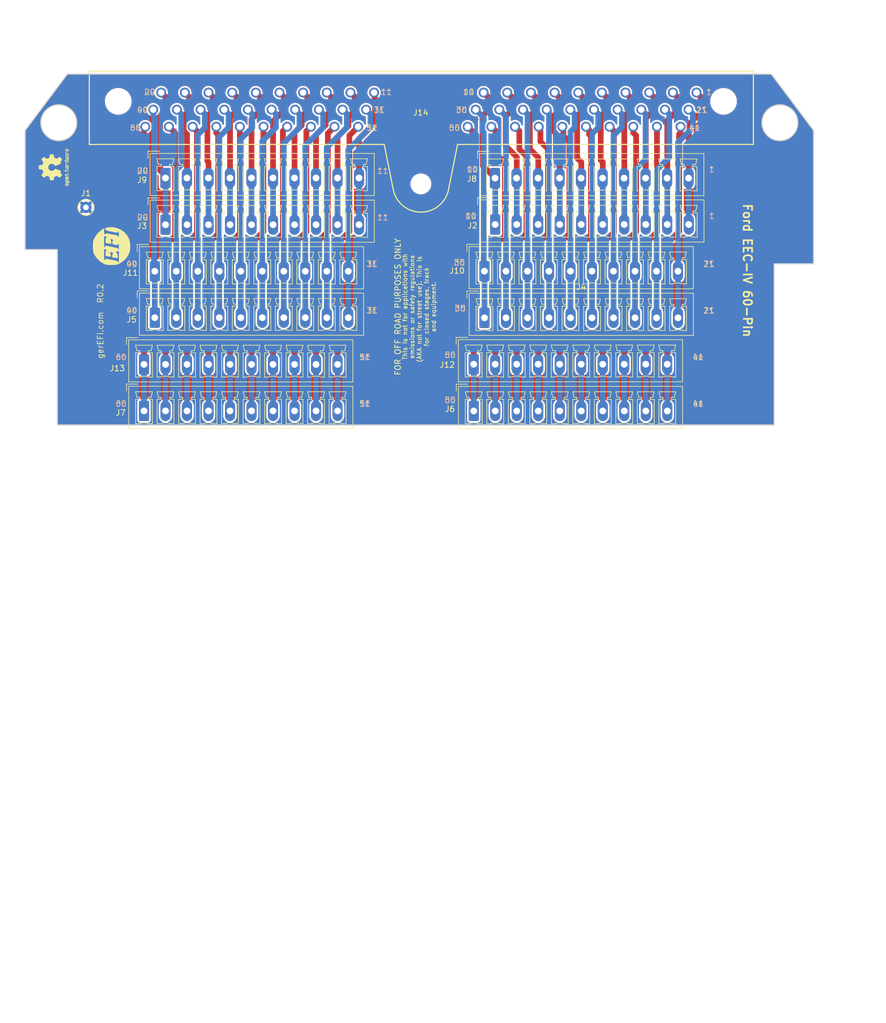
<source format=kicad_pcb>
(kicad_pcb (version 20221018) (generator pcbnew)
  (title_block (title "134pin 7-967288-1 Breakout board") (date "2020-06-02") (rev "R0.1"))
  (layers (0 "F.Cu" signal) (31 "B.Cu" signal) (34 "B.Paste" user) (35 "F.Paste" user) (36 "B.SilkS" user "B.Silkscreen") (37 "F.SilkS" user "F.Silkscreen") (38 "B.Mask" user) (39 "F.Mask" user) (44 "Edge.Cuts" user))
  (net 0 "")
  (net 1 "Net-(J11-Pad4)")
  (net 2 "Net-(J11-Pad3)")
  (net 3 "Net-(J11-Pad2)")
  (net 4 "Net-(J10-Pad4)")
  (net 5 "Net-(J10-Pad3)")
  (net 6 "Net-(J10-Pad2)")
  (net 7 "Net-(J13-Pad2)")
  (net 8 "Net-(J14-Pad2)")
  (net 9 "GND")
  (net 10 "/420")
  (net 11 "/421")
  (net 12 "/10")
  (net 13 "Net-(J14-Pad9)")
  (net 14 "Net-(J14-Pad8)")
  (net 15 "Net-(J14-Pad7)")
  (net 16 "Net-(J14-Pad6)")
  (net 17 "/5")
  (net 18 "Net-(J14-Pad4)")
  (net 19 "Net-(J14-Pad3)")
  (net 20 "/1")
  (net 21 "Net-(J14-Pad19)")
  (net 22 "Net-(J14-Pad18)")
  (net 23 "Net-(J14-Pad17)")
  (net 24 "Net-(J14-Pad16)")
  (net 25 "/15")
  (net 26 "Net-(J14-Pad14)")
  (net 27 "Net-(J14-Pad13)")
  (net 28 "Net-(J14-Pad12)")
  (net 29 "/11")
  (net 30 "/25")
  (net 31 "Net-(J10-Pad7)")
  (net 32 "Net-(J10-Pad8)")
  (net 33 "/31")
  (net 34 "Net-(J12-Pad8)")
  (net 35 "Net-(J12-Pad7)")
  (net 36 "/45")
  (net 37 "Net-(J12-Pad4)")
  (net 38 "Net-(J12-Pad3)")
  (net 39 "Net-(J12-Pad2)")
  (net 40 "/41")
  (net 41 "/60")
  (net 42 "Net-(J13-Pad9)")
  (net 43 "/55")
  (net 44 "/54")
  (net 45 "/53")
  (net 46 "Net-(J10-Pad9)")
  (net 47 "Net-(J10-Pad5)")
  (net 48 "/30")
  (net 49 "Net-(J11-Pad9)")
  (net 50 "Net-(J11-Pad8)")
  (net 51 "Net-(J11-Pad7)")
  (net 52 "/35")
  (net 53 "Net-(J11-Pad5)")
  (net 54 "/40")
  (net 55 "Net-(J12-Pad9)")
  (net 56 "Net-(J12-Pad5)")
  (net 57 "/50")
  (net 58 "Net-(J13-Pad10)")
  (net 59 "Net-(J13-Pad5)")
  (net 60 "Net-(J13-Pad4)")
  (net 61 "Net-(J13-Pad3)")
  (footprint "Symbol:OSHW-Logo2_7.3x6mm_SilkScreen" (layer "F.Cu") (at 101.0793 79.4004 90)
    (fp_text reference "LOGO1" hide)
    (fp_text value "DNP" hide)
  )
  (footprint "TestPoint:TestPoint_Keystone_5000-5004_Miniature" (layer "F.Cu") (at 106.6673 86.4997)
    (fp_text reference "J1")
    (fp_text value "Conn_01x01")
  )
  (footprint "gerEFI:Off_Road_Disclaimer" (layer "F.Cu") (at 165.1 104.14 90)
    (fp_text reference "G1" hide)
    (fp_text value "Disclaimer" hide)
  )
  (footprint "gerEFI:LOGO" (layer "F.Cu") (at 111.2393 93.3704 90)
    (fp_text reference "G2" hide)
    (fp_text value "LOGO" hide)
  )
  (footprint "Connector_Phoenix_MC:PhoenixContact_MCV_1,5_10-G-3.81_1x10_P3.81mm_Vertical" (layer "F.Cu") (at 179.1716 89.535)
    (fp_text reference "J2")
    (fp_text value "Conn_01x10")
  )
  (footprint "Connector_Phoenix_MC:PhoenixContact_MCV_1,5_10-G-3.81_1x10_P3.81mm_Vertical" (layer "F.Cu") (at 120.7643 89.5731)
    (fp_text reference "J3")
    (fp_text value "Conn_01x10")
  )
  (footprint "Connector_Phoenix_MC:PhoenixContact_MCV_1,5_10-G-3.81_1x10_P3.81mm_Vertical" (layer "F.Cu") (at 177.2793 106.0831)
    (fp_text reference "J4")
    (fp_text value "Conn_01x10")
  )
  (footprint "Connector_Phoenix_MC:PhoenixContact_MCV_1,5_10-G-3.81_1x10_P3.81mm_Vertical" (layer "F.Cu") (at 118.8593 106.0577)
    (fp_text reference "J5")
    (fp_text value "Conn_01x10")
  )
  (footprint "Connector_Phoenix_MC:PhoenixContact_MCV_1,5_10-G-3.81_1x10_P3.81mm_Vertical" (layer "F.Cu") (at 175.3743 122.5931)
    (fp_text reference "J6")
    (fp_text value "Conn_01x10")
  )
  (footprint "Connector_Phoenix_MC:PhoenixContact_MCV_1,5_10-G-3.81_1x10_P3.81mm_Vertical" (layer "F.Cu") (at 116.9543 122.5804)
    (fp_text reference "J7")
    (fp_text value "Conn_01x10")
  )
  (footprint "Connector_Phoenix_MC:PhoenixContact_MCV_1,5_10-G-3.81_1x10_P3.81mm_Vertical" (layer "F.Cu") (at 179.1462 81.3181)
    (fp_text reference "J8")
    (fp_text value "Conn_01x10")
  )
  (footprint "Connector_Phoenix_MC:PhoenixContact_MCV_1,5_10-G-3.81_1x10_P3.81mm_Vertical" (layer "F.Cu") (at 120.7516 81.2927)
    (fp_text reference "J9")
    (fp_text value "Conn_01x10")
  )
  (footprint "Connector_Phoenix_MC:PhoenixContact_MCV_1,5_10-G-3.81_1x10_P3.81mm_Vertical" (layer "F.Cu") (at 177.2666 97.8154)
    (fp_text reference "J10")
    (fp_text value "Conn_01x10")
  )
  (footprint "Connector_Phoenix_MC:PhoenixContact_MCV_1,5_10-G-3.81_1x10_P3.81mm_Vertical" (layer "F.Cu") (at 175.3616 114.3127)
    (fp_text reference "J12")
    (fp_text value "Conn_01x10")
  )
  (footprint "Connector_Phoenix_MC:PhoenixContact_MCV_1,5_10-G-3.81_1x10_P3.81mm_Vertical" (layer "F.Cu") (at 116.9543 114.3381)
    (fp_text reference "J13")
    (fp_text value "Conn_01x10")
  )
  (footprint "gerEFI:eeciv" (layer "F.Cu") (at 166.009425 62.296099)
    (fp_text reference "J14")
    (fp_text value "EEC-IV")
  )
  (footprint "Connector_Phoenix_MC:PhoenixContact_MCV_1,5_10-G-3.81_1x10_P3.81mm_Vertical" (layer "F.Cu") (at 118.8593 97.8281)
    (fp_text reference "J11")
    (fp_text value "Conn_01x10")
  )
  (gr_line (start 95.885 72.865) (end 95.885 93.98) (stroke (width 0.2)) (layer "Edge.Cuts"))
  (gr_circle (center 229.616 71.501) (end 232.791 71.501) (stroke (width 0.2)) (fill none) (layer "Edge.Cuts"))
  (gr_line (start 101.6 125.095) (end 228.6 125.095) (stroke (width 0.2)) (layer "Edge.Cuts"))
  (gr_line (start 235.585 96.52) (end 228.6 96.52) (stroke (width 0.2)) (layer "Edge.Cuts"))
  (gr_line (start 235.585 96.52) (end 235.585 72.865) (stroke (width 0.2)) (layer "Edge.Cuts"))
  (gr_line (start 95.885 72.865) (end 103.385 62.865) (stroke (width 0.2)) (layer "Edge.Cuts"))
  (gr_line (start 228.085 62.865) (end 103.385 62.865) (stroke (width 0.2)) (layer "Edge.Cuts"))
  (gr_line (start 101.6 93.98) (end 101.6 125.095) (stroke (width 0.2)) (layer "Edge.Cuts"))
  (gr_circle (center 101.854 71.501) (end 105.029 71.501) (stroke (width 0.2)) (fill none) (layer "Edge.Cuts"))
  (gr_line (start 95.885 93.98) (end 101.6 93.98) (stroke (width 0.2)) (layer "Edge.Cuts"))
  (gr_line (start 228.085 62.865) (end 235.585 72.865) (stroke (width 0.2)) (layer "Edge.Cuts"))
  (gr_line (start 228.6 96.52) (end 228.6 125.095) (stroke (width 0.2)) (layer "Edge.Cuts"))
  (gr_text "20" (at 117.9703 66.0654) (layer "B.SilkS") (effects (font (size 1.016 1.016) (thickness 0.13)) (justify mirror)))
  (gr_text "60" (at 115.4303 72.4154) (layer "B.SilkS") (effects (font (size 1.016 1.016) (thickness 0.13)) (justify mirror)))
  (gr_text "40" (at 116.7003 69.2404) (layer "B.SilkS") (effects (font (size 1.016 1.016) (thickness 0.13)) (justify mirror)))
  (gr_text "51" (at 157.3403 72.4154) (layer "B.SilkS") (effects (font (size 1.016 1.016) (thickness 0.13)) (justify mirror)))
  (gr_text "41" (at 214.4903 72.4154) (layer "B.SilkS") (effects (font (size 1.016 1.016) (thickness 0.13)) (justify mirror)))
  (gr_text "31" (at 158.6103 69.2404) (layer "B.SilkS") (effects (font (size 1.016 1.016) (thickness 0.13)) (justify mirror)))
  (gr_text "50" (at 171.9453 72.4154) (layer "B.SilkS") (effects (font (size 1.016 1.016) (thickness 0.13)) (justify mirror)))
  (gr_text "30" (at 173.2153 69.2404) (layer "B.SilkS") (effects (font (size 1.016 1.016) (thickness 0.13)) (justify mirror)))
  (gr_text "10" (at 174.4853 66.0654) (layer "B.SilkS") (effects (font (size 1.016 1.016) (thickness 0.13)) (justify mirror)))
  (gr_text "21" (at 215.7603 69.2404) (layer "B.SilkS") (effects (font (size 1.016 1.016) (thickness 0.13)) (justify mirror)))
  (gr_text "1" (at 217.0303 66.0654) (layer "B.SilkS") (effects (font (size 1.016 1.016) (thickness 0.13)) (justify mirror)))
  (gr_text "11" (at 159.8803 66.0654) (layer "B.SilkS") (effects (font (size 1.016 1.016) (thickness 0.13)) (justify mirror)))
  (gr_text "50" (at 171.1833 112.6744) (layer "B.SilkS") (effects (font (size 1.016 1.016) (thickness 0.13)) (justify mirror)))
  (gr_text "50" (at 171.1833 120.6754) (layer "B.SilkS") (effects (font (size 1.016 1.016) (thickness 0.13)) (justify mirror)))
  (gr_text "30" (at 172.8343 96.2914) (layer "B.SilkS") (effects (font (size 1.016 1.016) (thickness 0.13)) (justify mirror)))
  (gr_text "30" (at 172.9613 104.4194) (layer "B.SilkS") (effects (font (size 1.016 1.016) (thickness 0.13)) (justify mirror)))
  (gr_text "10" (at 175.1203 79.7814) (layer "B.SilkS") (effects (font (size 1.016 1.016) (thickness 0.13)) (justify mirror)))
  (gr_text "10" (at 174.8663 88.0364) (layer "B.SilkS") (effects (font (size 1.016 1.016) (thickness 0.13)) (justify mirror)))
  (gr_text "1" (at 217.5383 79.7814) (layer "B.SilkS") (effects (font (size 1.016 1.016) (thickness 0.13)) (justify mirror)))
  (gr_text "1" (at 217.5383 88.0364) (layer "B.SilkS") (effects (font (size 1.016 1.016) (thickness 0.13)) (justify mirror)))
  (gr_text "21" (at 217.0303 96.5454) (layer "B.SilkS") (effects (font (size 1.016 1.016) (thickness 0.13)) (justify mirror)))
  (gr_text "21" (at 217.0303 104.8004) (layer "B.SilkS") (effects (font (size 1.016 1.016) (thickness 0.13)) (justify mirror)))
  (gr_text "41" (at 215.1253 113.0554) (layer "B.SilkS") (effects (font (size 1.016 1.016) (thickness 0.13)) (justify mirror)))
  (gr_text "41" (at 215.1253 121.3104) (layer "B.SilkS") (effects (font (size 1.016 1.016) (thickness 0.13)) (justify mirror)))
  (gr_text "60" (at 112.8903 113.0554) (layer "B.SilkS") (effects (font (size 1.016 1.016) (thickness 0.13)) (justify mirror)))
  (gr_text "60" (at 112.8903 121.3104) (layer "B.SilkS") (effects (font (size 1.016 1.016) (thickness 0.13)) (justify mirror)))
  (gr_text "40" (at 114.7953 96.5454) (layer "B.SilkS") (effects (font (size 1.016 1.016) (thickness 0.13)) (justify mirror)))
  (gr_text "40" (at 114.7953 104.8004) (layer "B.SilkS") (effects (font (size 1.016 1.016) (thickness 0.13)) (justify mirror)))
  (gr_text "20" (at 116.7003 80.0354) (layer "B.SilkS") (effects (font (size 1.016 1.016) (thickness 0.13)) (justify mirror)))
  (gr_text "20" (at 116.7003 88.2904) (layer "B.SilkS") (effects (font (size 1.016 1.016) (thickness 0.13)) (justify mirror)))
  (gr_text "51" (at 156.0703 121.3104) (layer "B.SilkS") (effects (font (size 1.016 1.016) (thickness 0.13)) (justify mirror)))
  (gr_text "51" (at 156.0703 113.0554) (layer "B.SilkS") (effects (font (size 1.016 1.016) (thickness 0.13)) (justify mirror)))
  (gr_text "31" (at 157.3403 96.5454) (layer "B.SilkS") (effects (font (size 1.016 1.016) (thickness 0.13)) (justify mirror)))
  (gr_text "31" (at 157.3403 104.8004) (layer "B.SilkS") (effects (font (size 1.016 1.016) (thickness 0.13)) (justify mirror)))
  (gr_text "11" (at 159.2453 80.0354) (layer "B.SilkS") (effects (font (size 1.016 1.016) (thickness 0.13)) (justify mirror)))
  (gr_text "11" (at 159.2453 88.2904) (layer "B.SilkS") (effects (font (size 1.016 1.016) (thickness 0.13)) (justify mirror)))
  (gr_text "50" (at 171.1833 112.6744) (layer "F.SilkS") (effects (font (size 1.016 1.016) (thickness 0.13))))
  (gr_text "50" (at 171.1833 120.6754) (layer "F.SilkS") (effects (font (size 1.016 1.016) (thickness 0.13))))
  (gr_text "30" (at 172.8343 96.2914) (layer "F.SilkS") (effects (font (size 1.016 1.016) (thickness 0.13))))
  (gr_text "30" (at 172.9613 104.4194) (layer "F.SilkS") (effects (font (size 1.016 1.016) (thickness 0.13))))
  (gr_text "10" (at 175.1203 79.7814) (layer "F.SilkS") (effects (font (size 1.016 1.016) (thickness 0.13))))
  (gr_text "10" (at 174.8663 88.0364) (layer "F.SilkS") (effects (font (size 1.016 1.016) (thickness 0.13))))
  (gr_text "1" (at 217.5383 79.7814) (layer "F.SilkS") (effects (font (size 1.016 1.016) (thickness 0.13))))
  (gr_text "1" (at 217.5383 88.0364) (layer "F.SilkS") (effects (font (size 1.016 1.016) (thickness 0.13))))
  (gr_text "21" (at 217.0303 96.5454) (layer "F.SilkS") (effects (font (size 1.016 1.016) (thickness 0.13))))
  (gr_text "21" (at 217.0303 104.8004) (layer "F.SilkS") (effects (font (size 1.016 1.016) (thickness 0.13))))
  (gr_text "41" (at 215.1253 113.0554) (layer "F.SilkS") (effects (font (size 1.016 1.016) (thickness 0.13))))
  (gr_text "41" (at 215.1253 121.3104) (layer "F.SilkS") (effects (font (size 1.016 1.016) (thickness 0.13))))
  (gr_text "60" (at 112.8903 113.0554) (layer "F.SilkS") (effects (font (size 1.016 1.016) (thickness 0.13))))
  (gr_text "60" (at 112.8903 121.3104) (layer "F.SilkS") (effects (font (size 1.016 1.016) (thickness 0.13))))
  (gr_text "40" (at 114.7953 96.5454) (layer "F.SilkS") (effects (font (size 1.016 1.016) (thickness 0.13))))
  (gr_text "40" (at 114.7953 104.8004) (layer "F.SilkS") (effects (font (size 1.016 1.016) (thickness 0.13))))
  (gr_text "20" (at 116.7003 80.0354) (layer "F.SilkS") (effects (font (size 1.016 1.016) (thickness 0.13))))
  (gr_text "20" (at 116.7003 88.2904) (layer "F.SilkS") (effects (font (size 1.016 1.016) (thickness 0.13))))
  (gr_text "51" (at 156.0703 121.3104) (layer "F.SilkS") (effects (font (size 1.016 1.016) (thickness 0.13))))
  (gr_text "51" (at 156.0703 113.0554) (layer "F.SilkS") (effects (font (size 1.016 1.016) (thickness 0.13))))
  (gr_text "31" (at 157.3403 96.5454) (layer "F.SilkS") (effects (font (size 1.016 1.016) (thickness 0.13))))
  (gr_text "31" (at 157.3403 104.8004) (layer "F.SilkS") (effects (font (size 1.016 1.016) (thickness 0.13))))
  (gr_text "11" (at 159.2453 80.0354) (layer "F.SilkS") (effects (font (size 1.016 1.016) (thickness 0.13))))
  (gr_text "11" (at 159.2453 88.2904) (layer "F.SilkS") (effects (font (size 1.016 1.016) (thickness 0.13))))
  (gr_text "31" (at 158.6103 69.2404) (layer "F.SilkS") (effects (font (size 1.016 1.016) (thickness 0.13))))
  (gr_text "gerEFI.com  R0.2" (at 109.22 106.68 90) (layer "F.SilkS") (effects (font (size 1.016 1.016) (thickness 0.13))))
  (gr_text "40" (at 116.7003 69.2404) (layer "F.SilkS") (effects (font (size 1.016 1.016) (thickness 0.13))))
  (gr_text "41" (at 214.4903 72.4154) (layer "F.SilkS") (effects (font (size 1.016 1.016) (thickness 0.13))))
  (gr_text "30" (at 173.2153 69.2404) (layer "F.SilkS") (effects (font (size 1.016 1.016) (thickness 0.13))))
  (gr_text "51" (at 157.3403 72.4154) (layer "F.SilkS") (effects (font (size 1.016 1.016) (thickness 0.13))))
  (gr_text "11" (at 159.8803 66.0654) (layer "F.SilkS") (effects (font (size 1.016 1.016) (thickness 0.13))))
  (gr_text "Ford EEC-IV 60-Pin" (at 223.8629 97.6884 -90) (layer "F.SilkS") (effects (font (size 1.5 1.5) (thickness 0.3))))
  (gr_text "21" (at 215.7603 69.2404) (layer "F.SilkS") (effects (font (size 1.016 1.016) (thickness 0.13))))
  (gr_text "10" (at 174.4853 66.0654) (layer "F.SilkS") (effects (font (size 1.016 1.016) (thickness 0.13))))
  (gr_text "20" (at 117.9703 66.0654) (layer "F.SilkS") (effects (font (size 1.016 1.016) (thickness 0.13))))
  (gr_text "1" (at 217.0303 66.0654) (layer "F.SilkS") (effects (font (size 1.016 1.016) (thickness 0.13))))
  (gr_text "60" (at 115.4303 72.4154) (layer "F.SilkS") (effects (font (size 1.016 1.016) (thickness 0.13))))
  (gr_text "50" (at 171.9453 72.4154) (layer "F.SilkS") (effects (font (size 1.016 1.016) (thickness 0.13))))
  (segment (start 130.2893 97.8154) (end 130.2893 74.002306) (width 1.016) (layer "B.Cu") (net 1))
  (segment (start 131.937399 72.354207) (end 131.937399 69.938499) (width 1.016) (layer "B.Cu") (net 1))
  (segment (start 131.937399 69.938499) (end 131.1754 69.1765) (width 1.016) (layer "B.Cu") (net 1))
  (segment (start 130.2893 97.8154) (end 130.2893 106.0704) (width 1.016) (layer "B.Cu") (net 1))
  (segment (start 130.2893 74.002306) (end 131.937399 72.354207) (width 1.016) (layer "B.Cu") (net 1))
  (segment (start 127.745399 72.358207) (end 127.745399 69.942499) (width 1.016) (layer "B.Cu") (net 2))
  (segment (start 126.4793 97.8154) (end 126.4793 106.0704) (width 1.016) (layer "B.Cu") (net 2))
  (segment (start 126.4793 97.8154) (end 126.4793 73.624306) (width 1.016) (layer "B.Cu") (net 2))
  (segment (start 126.4793 73.624306) (end 127.745399 72.358207) (width 1.016) (layer "B.Cu") (net 2))
  (segment (start 127.745399 69.942499) (end 126.9834 69.1805) (width 1.016) (layer "B.Cu") (net 2))
  (segment (start 122.6693 79.888121) (end 123.549399 79.008022) (width 1.016) (layer "B.Cu") (net 3))
  (segment (start 123.549399 79.008022) (end 123.549399 69.942499) (width 1.016) (layer "B.Cu") (net 3))
  (segment (start 123.549399 69.942499) (end 122.7874 69.1805) (width 1.016) (layer "B.Cu") (net 3))
  (segment (start 122.6693 97.8154) (end 122.6693 79.888121) (width 1.016) (layer "B.Cu") (net 3))
  (segment (start 122.6693 97.8154) (end 122.6693 106.0704) (width 1.016) (layer "B.Cu") (net 3))
  (segment (start 188.7093 69.5874) (end 188.2954 69.1735) (width 1.016) (layer "B.Cu") (net 4))
  (segment (start 188.7093 97.8154) (end 188.7093 106.0704) (width 1.016) (layer "B.Cu") (net 4))
  (segment (start 188.7093 97.8154) (end 188.7093 69.5874) (width 1.016) (layer "B.Cu") (net 4))
  (segment (start 184.8993 69.9734) (end 184.1034 69.1775) (width 1.016) (layer "B.Cu") (net 5))
  (segment (start 184.8993 97.8154) (end 184.8993 106.0704) (width 1.016) (layer "B.Cu") (net 5))
  (segment (start 184.8993 97.8154) (end 184.8993 69.9734) (width 1.016) (layer "B.Cu") (net 5))
  (segment (start 181.0893 97.8154) (end 181.0893 70.3594) (width 1.016) (layer "B.Cu") (net 6))
  (segment (start 181.0893 70.3594) (end 179.9074 69.1775) (width 1.016) (layer "B.Cu") (net 6))
  (segment (start 181.0893 97.8154) (end 181.0893 106.0704) (width 1.016) (layer "B.Cu") (net 6))
  (segment (start 120.7643 93.263444) (end 122.47711 91.550634) (width 1.016) (layer "F.Cu") (net 7))
  (segment (start 122.133399 72.967499) (end 121.3714 72.2055) (width 1.016) (layer "F.Cu") (net 7))
  (segment (start 122.47711 91.550634) (end 122.47711 73.31121) (width 1.016) (layer "F.Cu") (net 7))
  (segment (start 120.7643 114.3254) (end 120.7643 93.263444) (width 1.016) (layer "F.Cu") (net 7))
  (segment (start 122.47711 73.31121) (end 122.133399 72.967499) (width 1.016) (layer "F.Cu") (net 7))
  (segment (start 120.7643 114.3254) (end 120.7643 122.5804) (width 1.016) (layer "B.Cu") (net 7))
  (segment (start 211.415399 69.332207) (end 211.415399 66.903499) (width 1.016) (layer "F.Cu") (net 8))
  (segment (start 209.6643 71.083306) (end 211.415399 69.332207) (width 1.016) (layer "F.Cu") (net 8))
  (segment (start 209.6643 81.3054) (end 209.6643 71.083306) (width 1.016) (layer "F.Cu") (net 8))
  (segment (start 211.415399 66.903499) (end 210.6534 66.1415) (width 1.016) (layer "F.Cu") (net 8))
  (segment (start 209.6643 81.3054) (end 209.6643 89.5604) (width 1.016) (layer "B.Cu") (net 8))
  (segment (start 120.767399 66.913499) (end 120.0054 66.1515) (width 1.016) (layer "F.Cu") (net 10))
  (segment (start 120.7643 81.3054) (end 120.7643 80.9244) (width 1.016) (layer "F.Cu") (net 10))
  (segment (start 119.796599 70.313007) (end 120.767399 69.342207) (width 1.016) (layer "F.Cu") (net 10))
  (segment (start 120.767399 69.342207) (end 120.767399 66.913499) (width 1.016) (layer "F.Cu") (net 10))
  (segment (start 119.796599 79.956699) (end 119.796599 70.313007) (width 1.016) (layer "F.Cu") (net 10))
  (segment (start 120.7643 80.9244) (end 119.796599 79.956699) (width 1.016) (layer "F.Cu") (net 10))
  (segment (start 120.7643 81.3054) (end 120.7643 89.5604) (width 1.016) (layer "B.Cu") (net 10))
  (segment (start 211.5693 97.8154) (end 211.5693 106.0704) (width 1.016) (layer "B.Cu") (net 11))
  (segment (start 211.5693 97.8154) (end 211.5693 74.981306) (width 1.016) (layer "B.Cu") (net 11))
  (segment (start 214.199399 72.351207) (end 214.199399 69.935499) (width 1.016) (layer "B.Cu") (net 11))
  (segment (start 211.5693 74.981306) (end 214.199399 72.351207) (width 1.016) (layer "B.Cu") (net 11))
  (segment (start 214.199399 69.935499) (end 213.4374 69.1735) (width 1.016) (layer "B.Cu") (net 11))
  (segment (start 176.916599 70.310007) (end 177.887399 69.339207) (width 1.016) (layer "F.Cu") (net 12))
  (segment (start 179.1843 81.3054) (end 176.916599 79.037699) (width 1.016) (layer "F.Cu") (net 12))
  (segment (start 177.887399 66.910499) (end 177.1254 66.1485) (width 1.016) (layer "F.Cu") (net 12))
  (segment (start 176.916599 79.037699) (end 176.916599 70.310007) (width 1.016) (layer "F.Cu") (net 12))
  (segment (start 177.887399 69.339207) (end 177.887399 66.910499) (width 1.016) (layer "F.Cu") (net 12))
  (segment (start 179.1843 81.3054) (end 179.1843 89.5604) (width 1.016) (layer "B.Cu") (net 12))
  (segment (start 181.0258 75.616806) (end 181.0258 70.389806) (width 1.016) (layer "F.Cu") (net 13))
  (segment (start 182.9943 81.3054) (end 182.9943 77.585306) (width 1.016) (layer "F.Cu") (net 13))
  (segment (start 182.073399 69.342207) (end 182.073399 66.913499) (width 1.016) (layer "F.Cu") (net 13))
  (segment (start 181.0258 70.389806) (end 182.073399 69.342207) (width 1.016) (layer "F.Cu") (net 13))
  (segment (start 182.073399 66.913499) (end 181.3114 66.1515) (width 1.016) (layer "F.Cu") (net 13))
  (segment (start 182.9943 77.585306) (end 181.0258 75.616806) (width 1.016) (layer "F.Cu") (net 13))
  (segment (start 182.9943 81.3054) (end 182.9943 89.5604) (width 1.016) (layer "B.Cu") (net 13))
  (segment (start 186.269399 66.913499) (end 185.5074 66.1515) (width 1.016) (layer "F.Cu") (net 14))
  (segment (start 186.8043 77.659493) (end 185.304599 76.159792) (width 1.016) (layer "F.Cu") (net 14))
  (segment (start 185.304599 70.307007) (end 186.269399 69.342207) (width 1.016) (layer "F.Cu") (net 14))
  (segment (start 186.8043 81.3054) (end 186.8043 77.659493) (width 1.016) (layer "F.Cu") (net 14))
  (segment (start 185.304599 76.159792) (end 185.304599 70.307007) (width 1.016) (layer "F.Cu") (net 14))
  (segment (start 186.269399 69.342207) (end 186.269399 66.913499) (width 1.016) (layer "F.Cu") (net 14))
  (segment (start 186.8043 81.3054) (end 186.8043 89.5604) (width 1.016) (layer "B.Cu") (net 14))
  (segment (start 190.461399 66.909499) (end 189.6994 66.1475) (width 1.016) (layer "F.Cu") (net 15))
  (segment (start 189.492599 70.307007) (end 190.461399 69.338207) (width 1.016) (layer "F.Cu") (net 15))
  (segment (start 190.6143 78.4894) (end 189.92849 77.80359) (width 1.016) (layer "F.Cu") (net 15))
  (segment (start 189.92849 77.80359) (end 189.92849 73.396296) (width 1.016) (layer "F.Cu") (net 15))
  (segment (start 189.92849 73.396296) (end 189.492599 72.960405) (width 1.016) (layer "F.Cu") (net 15))
  (segment (start 189.492599 72.960405) (end 189.492599 70.307007) (width 1.016) (layer "F.Cu") (net 15))
  (segment (start 190.6143 81.3054) (end 190.6143 78.4894) (width 1.016) (layer "F.Cu") (net 15))
  (segment (start 190.461399 69.338207) (end 190.461399 66.909499) (width 1.016) (layer "F.Cu") (net 15))
  (segment (start 190.6143 81.3054) (end 190.6143 89.5604) (width 1.016) (layer "B.Cu") (net 15))
  (segment (start 194.649399 69.344207) (end 194.649399 66.915499) (width 1.016) (layer "F.Cu") (net 16))
  (segment (start 194.649399 66.915499) (end 193.8874 66.1535) (width 1.016) (layer "F.Cu") (net 16))
  (segment (start 193.684599 77.749699) (end 193.684599 70.309007) (width 1.016) (layer "F.Cu") (net 16))
  (segment (start 194.4243 81.3054) (end 194.4243 78.4894) (width 1.016) (layer "F.Cu") (net 16))
  (segment (start 194.4243 78.4894) (end 193.684599 77.749699) (width 1.016) (layer "F.Cu") (net 16))
  (segment (start 193.684599 70.309007) (end 194.649399 69.344207) (width 1.016) (layer "F.Cu") (net 16))
  (segment (start 194.4243 81.3054) (end 194.4243 89.5604) (width 1.016) (layer "B.Cu") (net 16))
  (segment (start 197.870599 70.304007) (end 198.841399 69.333207) (width 1.016) (layer "F.Cu") (net 17))
  (segment (start 198.2343 81.3054) (end 198.2343 78.4894) (width 1.016) (layer "F.Cu") (net 17))
  (segment (start 198.2343 78.4894) (end 197.870599 78.125699) (width 1.016) (layer "F.Cu") (net 17))
  (segment (start 198.841399 69.333207) (end 198.841399 66.904499) (width 1.016) (layer "F.Cu") (net 17))
  (segment (start 197.870599 78.125699) (end 197.870599 70.304007) (width 1.016) (layer "F.Cu") (net 17))
  (segment (start 198.841399 66.904499) (end 198.0794 66.1425) (width 1.016) (layer "F.Cu") (net 17))
  (segment (start 198.2343 81.3054) (end 198.2343 89.5604) (width 1.016) (layer "B.Cu") (net 17))
  (segment (start 202.0443 81.3054) (end 202.0443 70.319306) (width 1.016) (layer "F.Cu") (net 18))
  (segment (start 203.027399 66.907499) (end 202.2654 66.1455) (width 1.016) (layer "F.Cu") (net 18))
  (segment (start 202.0443 70.319306) (end 203.027399 69.336207) (width 1.016) (layer "F.Cu") (net 18))
  (segment (start 203.027399 69.336207) (end 203.027399 66.907499) (width 1.016) (layer "F.Cu") (net 18))
  (segment (start 202.0443 81.3054) (end 202.0443 89.5604) (width 1.016) (layer "B.Cu") (net 18))
  (segment (start 205.8543 70.705306) (end 207.223399 69.336207) (width 1.016) (layer "F.Cu") (net 19))
  (segment (start 207.223399 69.336207) (end 207.223399 66.907499) (width 1.016) (layer "F.Cu") (net 19))
  (segment (start 207.223399 66.907499) (end 206.4614 66.1455) (width 1.016) (layer "F.Cu") (net 19))
  (segment (start 205.8543 81.3054) (end 205.8543 70.705306) (width 1.016) (layer "F.Cu") (net 19))
  (segment (start 205.8543 81.3054) (end 205.8543 89.5604) (width 1.016) (layer "B.Cu") (net 19))
  (segment (start 213.596201 71.658499) (end 215.603399 69.651301) (width 1.016) (layer "F.Cu") (net 20))
  (segment (start 215.603399 66.909499) (end 214.8414 66.1475) (width 1.016) (layer "F.Cu") (net 20))
  (segment (start 215.603399 69.651301) (end 215.603399 66.909499) (width 1.016) (layer "F.Cu") (net 20))
  (segment (start 213.4743 81.3054) (end 213.4743 73.076306) (width 1.016) (layer "F.Cu") (net 20))
  (segment (start 213.4743 73.076306) (end 213.596201 72.954405) (width 1.016) (layer "F.Cu") (net 20))
  (segment (start 213.596201 72.954405) (end 213.596201 71.658499) (width 1.016) (layer "F.Cu") (net 20))
  (segment (start 213.4743 81.3054) (end 213.4743 89.5604) (width 1.016) (layer "B.Cu") (net 20))
  (segment (start 123.992599 70.306007) (end 124.953399 69.345207) (width 1.016) (layer "F.Cu") (net 21))
  (segment (start 124.953399 66.916499) (end 124.1914 66.1545) (width 1.016) (layer "F.Cu") (net 21))
  (segment (start 124.5743 81.3054) (end 124.5743 73.543106) (width 1.016) (layer "F.Cu") (net 21))
  (segment (start 123.992599 72.961405) (end 123.992599 70.306007) (width 1.016) (layer "F.Cu") (net 21))
  (segment (start 124.5743 73.543106) (end 123.992599 72.961405) (width 1.016) (layer "F.Cu") (net 21))
  (segment (start 124.953399 69.345207) (end 124.953399 66.916499) (width 1.016) (layer "F.Cu") (net 21))
  (segment (start 124.5743 81.3054) (end 124.5743 89.5604) (width 1.016) (layer "B.Cu") (net 21))
  (segment (start 128.184599 70.310007) (end 129.149399 69.345207) (width 1.016) (layer "F.Cu") (net 22))
  (segment (start 128.184599 78.289699) (end 128.184599 70.310007) (width 1.016) (layer "F.Cu") (net 22))
  (segment (start 129.149399 66.916499) (end 128.3874 66.1545) (width 1.016) (layer "F.Cu") (net 22))
  (segment (start 128.3843 78.4894) (end 128.184599 78.289699) (width 1.016) (layer "F.Cu") (net 22))
  (segment (start 128.3843 81.3054) (end 128.3843 78.4894) (width 1.016) (layer "F.Cu") (net 22))
  (segment (start 129.149399 69.345207) (end 129.149399 66.916499) (width 1.016) (layer "F.Cu") (net 22))
  (segment (start 128.3843 81.3054) (end 128.3843 89.5604) (width 1.016) (layer "B.Cu") (net 22))
  (segment (start 132.1943 81.3054) (end 132.1943 70.488306) (width 1.016) (layer "F.Cu") (net 23))
  (segment (start 132.1943 70.488306) (end 133.341399 69.341207) (width 1.016) (layer "F.Cu") (net 23))
  (segment (start 133.341399 69.341207) (end 133.341399 66.912499) (width 1.016) (layer "F.Cu") (net 23))
  (segment (start 133.341399 66.912499) (end 132.5794 66.1505) (width 1.016) (layer "F.Cu") (net 23))
  (segment (start 132.1943 81.3054) (end 132.1943 89.5604) (width 1.016) (layer "B.Cu") (net 23))
  (segment (start 136.0043 81.3054) (end 136.0043 70.872306) (width 1.016) (layer "F.Cu") (net 24))
  (segment (start 137.529399 66.918499) (end 136.7674 66.1565) (width 1.016) (layer "F.Cu") (net 24))
  (segment (start 136.0043 70.872306) (end 137.529399 69.347207) (width 1.016) (layer "F.Cu") (net 24))
  (segment (start 137.529399 69.347207) (end 137.529399 66.918499) (width 1.016) (layer "F.Cu") (net 24))
  (segment (start 136.0043 81.3054) (end 136.0043 89.5604) (width 1.016) (layer "B.Cu") (net 24))
  (segment (start 141.721399 66.907499) (end 140.9594 66.1455) (width 1.016) (layer "F.Cu") (net 25))
  (segment (start 139.8143 81.3054) (end 139.8143 71.243306) (width 1.016) (layer "F.Cu") (net 25))
  (segment (start 139.8143 71.243306) (end 141.721399 69.336207) (width 1.016) (layer "F.Cu") (net 25))
  (segment (start 141.721399 69.336207) (end 141.721399 66.907499) (width 1.016) (layer "F.Cu") (net 25))
  (segment (start 139.8143 81.3054) (end 139.8143 89.5604) (width 1.016) (layer "B.Cu") (net 25))
  (segment (start 144.8943 70.352306) (end 145.907399 69.339207) (width 1.016) (layer "F.Cu") (net 26))
  (segment (start 143.6243 73.228693) (end 144.8943 71.958693) (width 1.016) (layer "F.Cu") (net 26))
  (segment (start 145.907399 69.339207) (end 145.907399 66.910499) (width 1.016) (layer "F.Cu") (net 26))
  (segment (start 145.907399 66.910499) (end 145.1454 66.1485) (width 1.016) (layer "F.Cu") (net 26))
  (segment (start 144.8943 71.958693) (end 144.8943 70.352306) (width 1.016) (layer "F.Cu") (net 26))
  (segment (start 143.6243 81.3054) (end 143.6243 73.228693) (width 1.016) (layer "F.Cu") (net 26))
  (segment (start 143.6243 81.3054) (end 143.6243 89.5604) (width 1.016) (layer "B.Cu") (net 26))
  (segment (start 147.4343 81.3054) (end 147.4343 73.606693) (width 1.016) (layer "F.Cu") (net 27))
  (segment (start 150.103399 66.910499) (end 150.095825 66.910499) (width 1.016) (layer "F.Cu") (net 27))
  (segment (start 150.103399 69.339207) (end 150.103399 66.910499) (width 1.016) (layer "F.Cu") (net 27))
  (segment (start 147.4343 73.606693) (end 149.138599 71.902394) (width 1.016) (layer "F.Cu") (net 27))
  (segment (start 149.138599 70.304007) (end 150.103399 69.339207) (width 1.016) (layer "F.Cu") (net 27))
  (segment (start 149.138599 71.902394) (end 149.138599 70.304007) (width 1.016) (layer "F.Cu") (net 27))
  (segment (start 150.095825 66.910499) (end 149.336425 66.151099) (width 1.016) (layer "F.Cu") (net 27))
  (segment (start 147.4343 81.3054) (end 147.4343 89.5604) (width 1.016) (layer "B.Cu") (net 27))
  (segment (start 151.2443 73.990693) (end 153.1493 72.085693) (width 1.016) (layer "F.Cu") (net 28))
  (segment (start 153.1493 70.481306) (end 154.295399 69.335207) (width 1.016) (layer "F.Cu") (net 28))
  (segment (start 154.295399 66.906499) (end 153.5334 66.1445) (width 1.016) (layer "F.Cu") (net 28))
  (segment (start 151.2443 81.3054) (end 151.2443 73.990693) (width 1.016) (layer "F.Cu") (net 28))
  (segment (start 153.1493 72.085693) (end 153.1493 70.481306) (width 1.016) (layer "F.Cu") (net 28))
  (segment (start 154.295399 69.335207) (end 154.295399 66.906499) (width 1.016) (layer "F.Cu") (net 28))
  (segment (start 151.2443 81.3054) (end 151.2443 89.5604) (width 1.016) (layer "B.Cu") (net 28))
  (segment (start 155.0543 81.3054) (end 155.0543 74.3204) (width 1.016) (layer "F.Cu") (net 29))
  (segment (start 157.8483 69.976306) (end 157.892201 69.932405) (width 1.016) (layer "F.Cu") (net 29))
  (segment (start 157.8483 71.5264) (end 157.8483 69.976306) (width 1.016) (layer "F.Cu") (net 29))
  (segment (start 157.892201 69.932405) (end 157.892201 68.420595) (width 1.016) (layer "F.Cu") (net 29))
  (segment (start 157.8483 68.376694) (end 157.8483 66.2774) (width 1.016) (layer "F.Cu") (net 29))
  (segment (start 155.0543 74.3204) (end 157.8483 71.5264) (width 1.016) (layer "F.Cu") (net 29))
  (segment (start 157.8483 66.2774) (end 157.7214 66.1505) (width 1.016) (layer "F.Cu") (net 29))
  (segment (start 157.892201 68.420595) (end 157.8483 68.376694) (width 1.016) (layer "F.Cu") (net 29))
  (segment (start 155.0543 81.3054) (end 155.0543 89.5604) (width 1.016) (layer "B.Cu") (net 29))
  (segment (start 196.3293 73.454306) (end 197.437399 72.346207) (width 1.016) (layer "B.Cu") (net 30))
  (segment (start 196.3293 97.8154) (end 196.3293 106.0704) (width 1.016) (layer "B.Cu") (net 30))
  (segment (start 196.3293 97.8154) (end 196.3293 73.454306) (width 1.016) (layer "B.Cu") (net 30))
  (segment (start 197.437399 69.930499) (end 196.6754 69.1685) (width 1.016) (layer "B.Cu") (net 30))
  (segment (start 197.437399 72.346207) (end 197.437399 69.930499) (width 1.016) (layer "B.Cu") (net 30))
  (segment (start 201.623399 69.933499) (end 200.8614 69.1715) (width 1.016) (layer "B.Cu") (net 31))
  (segment (start 200.1393 73.771301) (end 201.623399 72.287202) (width 1.016) (layer "B.Cu") (net 31))
  (segment (start 200.1393 97.8154) (end 200.1393 106.0704) (width 1.016) (layer "B.Cu") (net 31))
  (segment (start 200.1393 97.8154) (end 200.1393 73.771301) (width 1.016) (layer "B.Cu") (net 31))
  (segment (start 201.623399 72.287202) (end 201.623399 69.933499) (width 1.016) (layer "B.Cu") (net 31))
  (segment (start 203.9493 97.8154) (end 203.9493 79.888121) (width 1.016) (layer "B.Cu") (net 32))
  (segment (start 205.819399 69.933499) (end 205.0574 69.1715) (width 1.016) (layer "B.Cu") (net 32))
  (segment (start 203.9493 79.888121) (end 205.819399 78.018022) (width 1.016) (layer "B.Cu") (net 32))
  (segment (start 203.9493 97.8154) (end 203.9493 106.0704) (width 1.016) (layer "B.Cu") (net 32))
  (segment (start 205.819399 78.018022) (end 205.819399 69.933499) (width 1.016) (layer "B.Cu") (net 32))
  (segment (start 157.079399 69.938499) (end 156.3174 69.1765) (width 1.016) (layer "B.Cu") (net 33))
  (segment (start 153.1493 76.284306) (end 157.079399 72.354207) (width 1.016) (layer "B.Cu") (net 33))
  (segment (start 153.1493 97.8154) (end 153.1493 76.284306) (width 1.016) (layer "B.Cu") (net 33))
  (segment (start 157.079399 72.354207) (end 157.079399 69.938499) (width 1.016) (layer "B.Cu") (net 33))
  (segment (start 153.1493 97.8154) (end 153.1493 106.0704) (width 1.016) (layer "B.Cu") (net 33))
  (segment (start 203.6414 73.27413) (end 203.6414 72.1965) (width 1.016) (layer "F.Cu") (net 34))
  (segment (start 204.14149 90.785489) (end 204.14149 73.77422) (width 1.016) (layer "F.Cu") (net 34))
  (segment (start 202.0443 114.3254) (end 202.0443 92.882679) (width 1.016) (layer "F.Cu") (net 34))
  (segment (start 202.0443 92.882679) (end 204.14149 90.785489) (width 1.016) (layer "F.Cu") (net 34))
  (segment (start 204.14149 73.77422) (end 203.6414 73.27413) (width 1.016) (layer "F.Cu") (net 34))
  (segment (start 202.0443 114.3254) (end 202.0443 122.5804) (width 1.016) (layer "B.Cu") (net 34))
  (segment (start 198.2343 92.882679) (end 200.207399 90.90958) (width 1.016) (layer "F.Cu") (net 35))
  (segment (start 200.207399 90.90958) (end 200.207399 72.958499) (width 1.016) (layer "F.Cu") (net 35))
  (segment (start 200.207399 72.958499) (end 199.4454 72.1965) (width 1.016) (layer "F.Cu") (net 35))
  (segment (start 198.2343 114.3254) (end 198.2343 92.882679) (width 1.016) (layer "F.Cu") (net 35))
  (segment (start 198.2343 114.3254) (end 198.2343 122.5804) (width 1.016) (layer "B.Cu") (net 35))
  (segment (start 195.8213 73.5584) (end 195.8213 72.7554) (width 1.016) (layer "F.Cu") (net 36))
  (segment (start 194.4243 93.1164) (end 196.13711 91.40359) (width 1.016) (layer "F.Cu") (net 36))
  (segment (start 194.4243 114.3254) (end 194.4243 93.1164) (width 1.016) (layer "F.Cu") (net 36))
  (segment (start 196.13711 91.40359) (end 196.13711 73.87421) (width 1.016) (layer "F.Cu") (net 36))
  (segment (start 195.8213 72.7554) (end 195.2594 72.1935) (width 1.016) (layer "F.Cu") (net 36))
  (segment (start 196.13711 73.87421) (end 195.8213 73.5584) (width 1.016) (layer "F.Cu") (net 36))
  (segment (start 194.4243 114.3254) (end 194.4243 122.5804) (width 1.016) (layer "B.Cu") (net 36))
  (segment (start 186.8043 92.882679) (end 188.51711 91.169869) (width 1.016) (layer "F.Cu") (net 37))
  (segment (start 187.1853 72.5044) (end 186.8794 72.1985) (width 1.016) (layer "F.Cu") (net 37))
  (segment (start 188.51711 91.169869) (end 188.51711 76.16021) (width 1.016) (layer "F.Cu") (net 37))
  (segment (start 186.8043 114.3254) (end 186.8043 92.882679) (width 1.016) (layer "F.Cu") (net 37))
  (segment (start 188.51711 76.16021) (end 187.1853 74.8284) (width 1.016) (layer "F.Cu") (net 37))
  (segment (start 187.1853 74.8284) (end 187.1853 72.5044) (width 1.016) (layer "F.Cu") (net 37))
  (segment (start 186.8043 114.3254) (end 186.8043 122.5804) (width 1.016) (layer "B.Cu") (net 37))
  (segment (start 183.449399 72.964499) (end 182.6874 72.2025) (width 1.016) (layer "F.Cu") (net 38))
  (segment (start 183.449399 76.172499) (end 183.449399 72.964499) (width 1.016) (layer "F.Cu") (net 38))
  (segment (start 182.9943 114.3254) (end 182.9943 92.882679) (width 1.016) (layer "F.Cu") (net 38))
  (segment (start 182.9943 92.882679) (end 184.70711 91.169869) (width 1.016) (layer "F.Cu") (net 38))
  (segment (start 184.70711 77.43021) (end 183.449399 76.172499) (width 1.016) (layer "F.Cu") (net 38))
  (segment (start 184.70711 91.169869) (end 184.70711 77.43021) (width 1.016) (layer "F.Cu") (net 38))
  (segment (start 182.9943 114.3254) (end 182.9943 122.5804) (width 1.016) (layer "B.Cu") (net 38))
  (segment (start 179.1843 114.3254) (end 179.1843 93.263444) (width 1.016) (layer "F.Cu") (net 39))
  (segment (start 179.253399 76.929499) (end 179.253399 72.964499) (width 1.016) (layer "F.Cu") (net 39))
  (segment (start 179.253399 72.964499) (end 178.4914 72.2025) (width 1.016) (layer "F.Cu") (net 39))
  (segment (start 180.89711 78.57321) (end 179.253399 76.929499) (width 1.016) (layer "F.Cu") (net 39))
  (segment (start 180.89711 91.550634) (end 180.89711 78.57321) (width 1.016) (layer "F.Cu") (net 39))
  (segment (start 179.1843 93.263444) (end 180.89711 91.550634) (width 1.016) (layer "F.Cu") (net 39))
  (segment (start 179.1843 114.3254) (end 179.1843 122.5804) (width 1.016) (layer "B.Cu") (net 39))
  (segment (start 211.76149 73.53604) (end 212.0214 73.27613) (width 1.016) (layer "F.Cu") (net 40))
  (segment (start 211.76149 90.785489) (end 211.76149 73.53604) (width 1.016) (layer "F.Cu") (net 40))
  (segment (start 209.6643 114.3254) (end 209.6643 92.882679) (width 1.016) (layer "F.Cu") (net 40))
  (segment (start 209.6643 92.882679) (end 211.76149 90.785489) (width 1.016) (layer "F.Cu") (net 40))
  (segment (start 212.0214 73.27613) (end 212.0214 72.1985) (width 1.016) (layer "F.Cu") (net 40))
  (segment (start 209.6643 114.3254) (end 209.6643 122.5804) (width 1.016) (layer "B.Cu") (net 40))
  (segment (start 116.9543 114.3254) (end 116.9543 72.4336) (width 1.016) (layer "F.Cu") (net 41))
  (segment (start 116.9543 72.4336) (end 117.1854 72.2025) (width 1.016) (layer "F.Cu") (net 41))
  (segment (start 116.9543 114.3254) (end 116.9543 122.5804) (width 1.016) (layer "B.Cu") (net 41))
  (segment (start 149.53149 73.37741) (end 149.53149 76.90019) (width 1.016) (layer "F.Cu") (net 42))
  (segment (start 147.4343 92.882679) (end 149.53149 90.785489) (width 1.016) (layer "F.Cu") (net 42))
  (segment (start 149.51879 90.772789) (end 149.53149 90.785489) (width 1.016) (layer "F.Cu") (net 42))
  (segment (start 149.53149 73.37741) (end 150.459407 72.449492) (width 1.016) (layer "F.Cu") (net 42))
  (segment (start 150.459407 72.449492) (end 150.459407 72.447117) (width 1.016) (layer "F.Cu") (net 42))
  (segment (start 149.53149 76.90019) (end 149.51879 76.91289) (width 1.016) (layer "F.Cu") (net 42))
  (segment (start 150.459407 72.447117) (end 150.708425 72.198099) (width 1.016) (layer "F.Cu") (net 42))
  (segment (start 149.51879 76.91289) (end 149.51879 90.772789) (width 1.016) (layer "F.Cu") (net 42))
  (segment (start 147.4343 114.3254) (end 147.4343 92.882679) (width 1.016) (layer "F.Cu") (net 42))
  (segment (start 147.4343 114.3254) (end 147.4343 122.5804) (width 1.016) (layer "B.Cu") (net 42))
  (segment (start 136.0043 114.3254) (end 136.0043 92.882679) (width 1.016) (layer "F.Cu") (net 43))
  (segment (start 138.10149 73.31204) (end 138.1394 73.27413) (width 1.016) (layer "F.Cu") (net 43))
  (segment (start 138.1394 73.27413) (end 138.1394 72.1965) (width 1.016) (layer "F.Cu") (net 43))
  (segment (start 136.0043 92.882679) (end 138.10149 90.785489) (width 1.016) (layer "F.Cu") (net 43))
  (segment (start 138.10149 90.785489) (end 138.10149 73.31204) (width 1.016) (layer "F.Cu") (net 43))
  (segment (start 136.0043 114.3254) (end 136.0043 122.5804) (width 1.016) (layer "B.Cu") (net 43))
  (segment (start 139.8143 114.3254) (end 139.8143 92.882679) (width 1.016) (layer "F.Cu") (net 44))
  (segment (start 139.8143 92.882679) (end 141.563401 91.133578) (width 1.016) (layer "F.Cu") (net 44))
  (segment (start 141.563401 91.133578) (end 141.563401 72.961499) (width 1.016) (layer "F.Cu") (net 44))
  (segment (start 141.563401 72.961499) (end 142.3254 72.1995) (width 1.016) (layer "F.Cu") (net 44))
  (segment (start 139.8143 114.3254) (end 139.8143 122.5804) (width 1.016) (layer "B.Cu") (net 44))
  (segment (start 145.72149 72.99941) (end 145.759401 72.961499) (width 1.016) (layer "F.Cu") (net 45))
  (segment (start 145.72149 90.785489) (end 145.72149 72.99941) (width 1.016) (layer "F.Cu") (net 45))
  (segment (start 143.6243 92.882679) (end 145.72149 90.785489) (width 1.016) (layer "F.Cu") (net 45))
  (segment (start 145.759401 72.961499) (end 146.5214 72.1995) (width 1.016) (layer "F.Cu") (net 45))
  (segment (start 143.6243 114.3254) (end 143.6243 92.882679) (width 1.016) (layer "F.Cu") (net 45))
  (segment (start 143.6243 114.3254) (end 143.6243 122.5804) (width 1.016) (layer "B.Cu") (net 45))
  (segment (start 207.7593 79.888121) (end 210.011399 77.636022) (width 1.016) (layer "B.Cu") (net 46))
  (segment (start 210.011399 69.929499) (end 209.2494 69.1675) (width 1.016) (layer "B.Cu") (net 46))
  (segment (start 207.7593 97.8154) (end 207.7593 79.888121) (width 1.016) (layer "B.Cu") (net 46))
  (segment (start 207.7593 97.8154) (end 207.7593 106.0704) (width 1.016) (layer "B.Cu") (net 46))
  (segment (start 210.011399 77.636022) (end 210.011399 69.929499) (width 1.016) (layer "B.Cu") (net 46))
  (segment (start 192.5193 97.8154) (end 192.5193 106.0704) (width 1.016) (layer "B.Cu") (net 47))
  (segment (start 193.245399 69.941499) (end 192.4834 69.1795) (width 1.016) (layer "B.Cu") (net 47))
  (segment (start 192.5193 97.8154) (end 192.5193 73.083306) (width 1.016) (layer "B.Cu") (net 47))
  (segment (start 192.5193 73.083306) (end 193.245399 72.357207) (width 1.016) (layer "B.Cu") (net 47))
  (segment (start 193.245399 72.357207) (end 193.245399 69.941499) (width 1.016) (layer "B.Cu") (net 47))
  (segment (start 177.1523 73.194106) (end 176.916599 72.958405) (width 1.016) (layer "B.Cu") (net 48))
  (segment (start 177.1523 97.6884) (end 177.1523 73.194106) (width 1.016) (layer "B.Cu") (net 48))
  (segment (start 176.916599 71.446595) (end 177.1523 71.210894) (width 1.016) (layer "B.Cu") (net 48))
  (segment (start 177.1523 71.210894) (end 177.1523 70.6054) (width 1.016) (layer "B.Cu") (net 48))
  (segment (start 177.2793 97.8154) (end 177.2793 106.0704) (width 1.016) (layer "B.Cu") (net 48))
  (segment (start 176.916599 72.958405) (end 176.916599 71.446595) (width 1.016) (layer "B.Cu") (net 48))
  (segment (start 177.1523 70.6054) (end 175.7214 69.1745) (width 1.016) (layer "B.Cu") (net 48))
  (segment (start 177.2793 97.8154) (end 177.1523 97.6884) (width 1.016) (layer "B.Cu") (net 48))
  (segment (start 149.3393 97.8154) (end 149.3393 106.0704) (width 1.016) (layer "B.Cu") (net 49))
  (segment (start 149.3393 97.8154) (end 149.3393 75.900306) (width 1.016) (layer "B.Cu") (net 49))
  (segment (start 149.3393 75.900306) (end 152.891399 72.348207) (width 1.016) (layer "B.Cu") (net 49))
  (segment (start 152.891399 72.348207) (end 152.891399 69.932499) (width 1.016) (layer "B.Cu") (net 49))
  (segment (start 152.891399 69.932499) (end 152.1294 69.1705) (width 1.016) (layer "B.Cu") (net 49))
  (segment (start 145.5293 97.8154) (end 145.5293 106.0704) (width 1.016) (layer "B.Cu") (net 50))
  (segment (start 148.699399 69.936499) (end 147.9374 69.1745) (width 1.016) (layer "B.Cu") (net 50))
  (segment (start 148.699399 72.352207) (end 148.699399 69.936499) (width 1.016) (layer "B.Cu") (net 50))
  (segment (start 145.5293 75.522306) (end 148.699399 72.352207) (width 1.016) (layer "B.Cu") (net 50))
  (segment (start 145.5293 97.8154) (end 145.5293 75.522306) (width 1.016) (layer "B.Cu") (net 50))
  (segment (start 144.503399 72.352207) (end 144.503399 69.936499) (width 1.016) (layer "B.Cu") (net 51))
  (segment (start 144.503399 69.936499) (end 143.7414 69.1745) (width 1.016) (layer "B.Cu") (net 51))
  (segment (start 141.7193 97.8154) (end 141.7193 75.136306) (width 1.016) (layer "B.Cu") (net 51))
  (segment (start 141.7193 75.136306) (end 144.503399 72.352207) (width 1.016) (layer "B.Cu") (net 51))
  (segment (start 141.7193 97.8154) (end 141.7193 106.0704) (width 1.016) (layer "B.Cu") (net 51))
  (segment (start 137.9093 97.8154) (end 137.9093 106.0704) (width 1.016) (layer "B.Cu") (net 52))
  (segment (start 137.9093 74.757306) (end 140.317399 72.349207) (width 1.016) (layer "B.Cu") (net 52))
  (segment (start 137.9093 97.8154) (end 137.9093 74.757306) (width 1.016) (layer "B.Cu") (net 52))
  (segment (start 140.317399 72.349207) (end 140.317399 69.933499) (width 1.016) (layer "B.Cu") (net 52))
  (segment (start 140.317399 69.933499) (end 139.5554 69.1715) (width 1.016) (layer "B.Cu") (net 52))
  (segment (start 136.125399 69.944499) (end 135.3634 69.1825) (width 1.016) (layer "B.Cu") (net 53))
  (segment (start 134.0993 97.8154) (end 134.0993 106.0704) (width 1.016) (layer "B.Cu") (net 53))
  (segment (start 136.125399 72.360207) (end 136.125399 69.944499) (width 1.016) (layer "B.Cu") (net 53))
  (segment (start 134.0993 74.386306) (end 136.125399 72.360207) (width 1.016) (layer "B.Cu") (net 53))
  (segment (start 134.0993 97.8154) (end 134.0993 74.386306) (width 1.016) (layer "B.Cu") (net 53))
  (segment (start 118.6014 70.25513) (end 118.6014 69.1775) (width 1.016) (layer "B.Cu") (net 54))
  (segment (start 118.760201 70.413931) (end 118.6014 70.25513) (width 1.016) (layer "B.Cu") (net 54))
  (segment (start 118.760201 97.716301) (end 118.760201 70.413931) (width 1.016) (layer "B.Cu") (net 54))
  (segment (start 118.8593 97.8154) (end 118.8593 106.0704) (width 1.016) (layer "B.Cu") (net 54))
  (segment (start 118.8593 97.8154) (end 118.760201 97.716301) (width 1.016) (layer "B.Cu") (net 54))
  (segment (start 207.8334 73.27013) (end 207.8334 72.1925) (width 1.016) (layer "F.Cu") (net 55))
  (segment (start 207.8334 90.903579) (end 207.8334 73.27013) (width 1.016) (layer "F.Cu") (net 55))
  (segment (start 205.8543 92.882679) (end 207.8334 90.903579) (width 1.016) (layer "F.Cu") (net 55))
  (segment (start 205.8543 114.3254) (end 205.8543 92.882679) (width 1.016) (layer "F.Cu") (net 55))
  (segment (start 205.8543 114.3254) (end 205.8543 122.5804) (width 1.016) (layer "B.Cu") (net 55))
  (segment (start 192.32711 91.169869) (end 192.32711 74.89021) (width 1.016) (layer "F.Cu") (net 56))
  (segment (start 192.32711 74.89021) (end 191.2493 73.8124) (width 1.016) (layer "F.Cu") (net 56))
  (segment (start 191.2493 73.8124) (end 191.2493 72.3864) (width 1.016) (layer "F.Cu") (net 56))
  (segment (start 190.6143 92.882679) (end 192.32711 91.169869) (width 1.016) (layer "F.Cu") (net 56))
  (segment (start 190.6143 114.3254) (end 190.6143 92.882679) (width 1.016) (layer "F.Cu") (net 56))
  (segment (start 191.2493 72.3864) (end 191.0674 72.2045) (width 1.016) (layer "F.Cu") (net 56))
  (segment (start 190.6143 114.3254) (end 190.6143 122.5804) (width 1.016) (layer "B.Cu") (net 56))
  (segment (start 175.3743 73.2684) (end 174.3054 72.1995) (width 1.016) (layer "F.Cu") (net 57))
  (segment (start 175.3743 114.3254) (end 175.3743 73.2684) (width 1.016) (layer "F.Cu") (net 57))
  (segment (start 175.3743 114.3254) (end 175.3743 122.5804) (width 1.016) (layer "B.Cu") (net 57))
  (segment (start 151.2443 114.3254) (end 151.2443 92.882679) (width 1.016) (layer "F.Cu") (net 58))
  (segment (start 153.34149 73.76141) (end 154.139401 72.963499) (width 1.016) (layer "F.Cu") (net 58))
  (segment (start 151.2443 92.882679) (end 153.34149 90.785489) (width 1.016) (layer "F.Cu") (net 58))
  (segment (start 153.34149 90.785489) (end 153.34149 73.76141) (width 1.016) (layer "F.Cu") (net 58))
  (segment (start 154.139401 72.963499) (end 154.9014 72.2015) (width 1.016) (layer "F.Cu") (net 58))
  (segment (start 151.2443 114.3254) (end 151.2443 122.5804) (width 1.016) (layer "B.Cu") (net 58))
  (segment (start 133.9474 73.28513) (end 133.9474 72.2075) (width 1.016) (layer "F.Cu") (net 59))
  (segment (start 132.1943 92.882679) (end 133.9474 91.129579) (width 1.016) (layer "F.Cu") (net 59))
  (segment (start 133.9474 91.129579) (end 133.9474 73.28513) (width 1.016) (layer "F.Cu") (net 59))
  (segment (start 132.1943 114.3254) (end 132.1943 92.882679) (width 1.016) (layer "F.Cu") (net 59))
  (segment (start 132.1943 114.3254) (end 132.1943 122.5804) (width 1.016) (layer "B.Cu") (net 59))
  (segment (start 128.3843 92.882679) (end 130.09711 91.169869) (width 1.016) (layer "F.Cu") (net 60))
  (segment (start 130.09711 73.61684) (end 129.7594 73.27913) (width 1.016) (layer "F.Cu") (net 60))
  (segment (start 130.09711 91.169869) (end 130.09711 73.61684) (width 1.016) (layer "F.Cu") (net 60))
  (segment (start 128.3843 114.3254) (end 128.3843 92.882679) (width 1.016) (layer "F.Cu") (net 60))
  (segment (start 129.7594 73.27913) (end 129.7594 72.2015) (width 1.016) (layer "F.Cu") (net 60))
  (segment (start 128.3843 114.3254) (end 128.3843 122.5804) (width 1.016) (layer "B.Cu") (net 60))
  (segment (start 126.329399 72.967499) (end 125.5674 72.2055) (width 1.016) (layer "F.Cu") (net 61))
  (segment (start 126.329399 91.12758) (end 126.329399 72.967499) (width 1.016) (layer "F.Cu") (net 61))
  (segment (start 124.5743 92.882679) (end 126.329399 91.12758) (width 1.016) (layer "F.Cu") (net 61))
  (segment (start 124.5743 114.3254) (end 124.5743 92.882679) (width 1.016) (layer "F.Cu") (net 61))
  (segment (start 124.5743 114.3254) (end 124.5743 122.5804) (width 1.016) (layer "B.Cu") (net 61))
  (zone (net 9) (net_name "GND") (layer "F.Cu") (connect_pads (clearance 0.1524)) (min_thickness 0.254) (fill yes (thermal_gap 0.508) (thermal_bridge_width 0.508))
    (polygon (pts (xy 93.98 60.96) (xy 236.22 60.96) (xy 236.22 228.6) (xy 93.98 228.6)))
  )
  (zone (net 9) (net_name "GND") (layer "B.Cu") (connect_pads (clearance 0.1524)) (min_thickness 0.254) (fill yes (thermal_gap 0.508) (thermal_bridge_width 0.508))
    (polygon (pts (xy 91.44 58.42) (xy 238.76 58.42) (xy 238.76 231.14) (xy 91.44 231.14)))
  )
)
</source>
